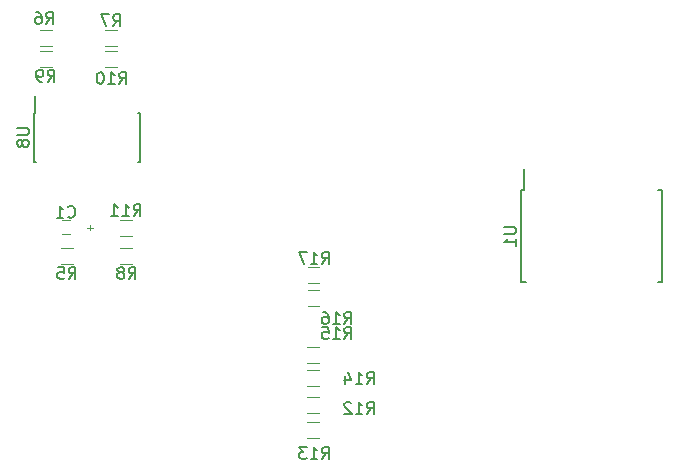
<source format=gbo>
G04 #@! TF.FileFunction,Legend,Bot*
%FSLAX46Y46*%
G04 Gerber Fmt 4.6, Leading zero omitted, Abs format (unit mm)*
G04 Created by KiCad (PCBNEW 4.0.6) date 06/27/17 09:44:02*
%MOMM*%
%LPD*%
G01*
G04 APERTURE LIST*
%ADD10C,0.100000*%
%ADD11C,0.120000*%
%ADD12C,0.150000*%
G04 APERTURE END LIST*
D10*
D11*
X111340929Y-120121357D02*
X111798072Y-120121357D01*
X111569501Y-120349929D02*
X111569501Y-119892786D01*
D12*
X106865500Y-110383500D02*
X106890500Y-110383500D01*
X106865500Y-114533500D02*
X106980500Y-114533500D01*
X115765500Y-114533500D02*
X115650500Y-114533500D01*
X115765500Y-110383500D02*
X115650500Y-110383500D01*
X106865500Y-110383500D02*
X106865500Y-114533500D01*
X115765500Y-110383500D02*
X115765500Y-114533500D01*
X106890500Y-110383500D02*
X106890500Y-109008500D01*
X148101000Y-116965500D02*
X148351000Y-116965500D01*
X148101000Y-124715500D02*
X148446000Y-124715500D01*
X160001000Y-124715500D02*
X159656000Y-124715500D01*
X160001000Y-116965500D02*
X159656000Y-116965500D01*
X148101000Y-116965500D02*
X148101000Y-124715500D01*
X160001000Y-116965500D02*
X160001000Y-124715500D01*
X148351000Y-116965500D02*
X148351000Y-115140500D01*
D11*
X129992500Y-126791000D02*
X130992500Y-126791000D01*
X130992500Y-125431000D02*
X129992500Y-125431000D01*
X130992500Y-123462500D02*
X129992500Y-123462500D01*
X129992500Y-124822500D02*
X130992500Y-124822500D01*
X129929000Y-133522000D02*
X130929000Y-133522000D01*
X130929000Y-132162000D02*
X129929000Y-132162000D01*
X130929000Y-130193500D02*
X129929000Y-130193500D01*
X129929000Y-131553500D02*
X130929000Y-131553500D01*
X129929000Y-137903500D02*
X130929000Y-137903500D01*
X130929000Y-136543500D02*
X129929000Y-136543500D01*
X130929000Y-134448000D02*
X129929000Y-134448000D01*
X129929000Y-135808000D02*
X130929000Y-135808000D01*
X114117500Y-120822000D02*
X115117500Y-120822000D01*
X115117500Y-119462000D02*
X114117500Y-119462000D01*
X112847500Y-106534500D02*
X113847500Y-106534500D01*
X113847500Y-105174500D02*
X112847500Y-105174500D01*
X108323000Y-105174500D02*
X107323000Y-105174500D01*
X107323000Y-106534500D02*
X108323000Y-106534500D01*
X114117500Y-123171500D02*
X115117500Y-123171500D01*
X115117500Y-121811500D02*
X114117500Y-121811500D01*
X112847500Y-104756500D02*
X113847500Y-104756500D01*
X113847500Y-103396500D02*
X112847500Y-103396500D01*
X108323000Y-103396500D02*
X107323000Y-103396500D01*
X107323000Y-104756500D02*
X108323000Y-104756500D01*
X110101000Y-121811500D02*
X109101000Y-121811500D01*
X109101000Y-123171500D02*
X110101000Y-123171500D01*
X109887500Y-119478500D02*
X109187500Y-119478500D01*
X109187500Y-120678500D02*
X109887500Y-120678500D01*
D12*
X105392881Y-111696595D02*
X106202405Y-111696595D01*
X106297643Y-111744214D01*
X106345262Y-111791833D01*
X106392881Y-111887071D01*
X106392881Y-112077548D01*
X106345262Y-112172786D01*
X106297643Y-112220405D01*
X106202405Y-112268024D01*
X105392881Y-112268024D01*
X105821452Y-112887071D02*
X105773833Y-112791833D01*
X105726214Y-112744214D01*
X105630976Y-112696595D01*
X105583357Y-112696595D01*
X105488119Y-112744214D01*
X105440500Y-112791833D01*
X105392881Y-112887071D01*
X105392881Y-113077548D01*
X105440500Y-113172786D01*
X105488119Y-113220405D01*
X105583357Y-113268024D01*
X105630976Y-113268024D01*
X105726214Y-113220405D01*
X105773833Y-113172786D01*
X105821452Y-113077548D01*
X105821452Y-112887071D01*
X105869071Y-112791833D01*
X105916690Y-112744214D01*
X106011929Y-112696595D01*
X106202405Y-112696595D01*
X106297643Y-112744214D01*
X106345262Y-112791833D01*
X106392881Y-112887071D01*
X106392881Y-113077548D01*
X106345262Y-113172786D01*
X106297643Y-113220405D01*
X106202405Y-113268024D01*
X106011929Y-113268024D01*
X105916690Y-113220405D01*
X105869071Y-113172786D01*
X105821452Y-113077548D01*
X146628381Y-120078595D02*
X147437905Y-120078595D01*
X147533143Y-120126214D01*
X147580762Y-120173833D01*
X147628381Y-120269071D01*
X147628381Y-120459548D01*
X147580762Y-120554786D01*
X147533143Y-120602405D01*
X147437905Y-120650024D01*
X146628381Y-120650024D01*
X147628381Y-121650024D02*
X147628381Y-121078595D01*
X147628381Y-121364309D02*
X146628381Y-121364309D01*
X146771238Y-121269071D01*
X146866476Y-121173833D01*
X146914095Y-121078595D01*
X131198857Y-123197881D02*
X131532191Y-122721690D01*
X131770286Y-123197881D02*
X131770286Y-122197881D01*
X131389333Y-122197881D01*
X131294095Y-122245500D01*
X131246476Y-122293119D01*
X131198857Y-122388357D01*
X131198857Y-122531214D01*
X131246476Y-122626452D01*
X131294095Y-122674071D01*
X131389333Y-122721690D01*
X131770286Y-122721690D01*
X130246476Y-123197881D02*
X130817905Y-123197881D01*
X130532191Y-123197881D02*
X130532191Y-122197881D01*
X130627429Y-122340738D01*
X130722667Y-122435976D01*
X130817905Y-122483595D01*
X129913143Y-122197881D02*
X129246476Y-122197881D01*
X129675048Y-123197881D01*
X133103857Y-128277881D02*
X133437191Y-127801690D01*
X133675286Y-128277881D02*
X133675286Y-127277881D01*
X133294333Y-127277881D01*
X133199095Y-127325500D01*
X133151476Y-127373119D01*
X133103857Y-127468357D01*
X133103857Y-127611214D01*
X133151476Y-127706452D01*
X133199095Y-127754071D01*
X133294333Y-127801690D01*
X133675286Y-127801690D01*
X132151476Y-128277881D02*
X132722905Y-128277881D01*
X132437191Y-128277881D02*
X132437191Y-127277881D01*
X132532429Y-127420738D01*
X132627667Y-127515976D01*
X132722905Y-127563595D01*
X131294333Y-127277881D02*
X131484810Y-127277881D01*
X131580048Y-127325500D01*
X131627667Y-127373119D01*
X131722905Y-127515976D01*
X131770524Y-127706452D01*
X131770524Y-128087405D01*
X131722905Y-128182643D01*
X131675286Y-128230262D01*
X131580048Y-128277881D01*
X131389571Y-128277881D01*
X131294333Y-128230262D01*
X131246714Y-128182643D01*
X131199095Y-128087405D01*
X131199095Y-127849310D01*
X131246714Y-127754071D01*
X131294333Y-127706452D01*
X131389571Y-127658833D01*
X131580048Y-127658833D01*
X131675286Y-127706452D01*
X131722905Y-127754071D01*
X131770524Y-127849310D01*
X133103857Y-129547881D02*
X133437191Y-129071690D01*
X133675286Y-129547881D02*
X133675286Y-128547881D01*
X133294333Y-128547881D01*
X133199095Y-128595500D01*
X133151476Y-128643119D01*
X133103857Y-128738357D01*
X133103857Y-128881214D01*
X133151476Y-128976452D01*
X133199095Y-129024071D01*
X133294333Y-129071690D01*
X133675286Y-129071690D01*
X132151476Y-129547881D02*
X132722905Y-129547881D01*
X132437191Y-129547881D02*
X132437191Y-128547881D01*
X132532429Y-128690738D01*
X132627667Y-128785976D01*
X132722905Y-128833595D01*
X131246714Y-128547881D02*
X131722905Y-128547881D01*
X131770524Y-129024071D01*
X131722905Y-128976452D01*
X131627667Y-128928833D01*
X131389571Y-128928833D01*
X131294333Y-128976452D01*
X131246714Y-129024071D01*
X131199095Y-129119310D01*
X131199095Y-129357405D01*
X131246714Y-129452643D01*
X131294333Y-129500262D01*
X131389571Y-129547881D01*
X131627667Y-129547881D01*
X131722905Y-129500262D01*
X131770524Y-129452643D01*
X135008857Y-133357881D02*
X135342191Y-132881690D01*
X135580286Y-133357881D02*
X135580286Y-132357881D01*
X135199333Y-132357881D01*
X135104095Y-132405500D01*
X135056476Y-132453119D01*
X135008857Y-132548357D01*
X135008857Y-132691214D01*
X135056476Y-132786452D01*
X135104095Y-132834071D01*
X135199333Y-132881690D01*
X135580286Y-132881690D01*
X134056476Y-133357881D02*
X134627905Y-133357881D01*
X134342191Y-133357881D02*
X134342191Y-132357881D01*
X134437429Y-132500738D01*
X134532667Y-132595976D01*
X134627905Y-132643595D01*
X133199333Y-132691214D02*
X133199333Y-133357881D01*
X133437429Y-132310262D02*
X133675524Y-133024548D01*
X133056476Y-133024548D01*
X131198857Y-139707881D02*
X131532191Y-139231690D01*
X131770286Y-139707881D02*
X131770286Y-138707881D01*
X131389333Y-138707881D01*
X131294095Y-138755500D01*
X131246476Y-138803119D01*
X131198857Y-138898357D01*
X131198857Y-139041214D01*
X131246476Y-139136452D01*
X131294095Y-139184071D01*
X131389333Y-139231690D01*
X131770286Y-139231690D01*
X130246476Y-139707881D02*
X130817905Y-139707881D01*
X130532191Y-139707881D02*
X130532191Y-138707881D01*
X130627429Y-138850738D01*
X130722667Y-138945976D01*
X130817905Y-138993595D01*
X129913143Y-138707881D02*
X129294095Y-138707881D01*
X129627429Y-139088833D01*
X129484571Y-139088833D01*
X129389333Y-139136452D01*
X129341714Y-139184071D01*
X129294095Y-139279310D01*
X129294095Y-139517405D01*
X129341714Y-139612643D01*
X129389333Y-139660262D01*
X129484571Y-139707881D01*
X129770286Y-139707881D01*
X129865524Y-139660262D01*
X129913143Y-139612643D01*
X135008857Y-135897881D02*
X135342191Y-135421690D01*
X135580286Y-135897881D02*
X135580286Y-134897881D01*
X135199333Y-134897881D01*
X135104095Y-134945500D01*
X135056476Y-134993119D01*
X135008857Y-135088357D01*
X135008857Y-135231214D01*
X135056476Y-135326452D01*
X135104095Y-135374071D01*
X135199333Y-135421690D01*
X135580286Y-135421690D01*
X134056476Y-135897881D02*
X134627905Y-135897881D01*
X134342191Y-135897881D02*
X134342191Y-134897881D01*
X134437429Y-135040738D01*
X134532667Y-135135976D01*
X134627905Y-135183595D01*
X133675524Y-134993119D02*
X133627905Y-134945500D01*
X133532667Y-134897881D01*
X133294571Y-134897881D01*
X133199333Y-134945500D01*
X133151714Y-134993119D01*
X133104095Y-135088357D01*
X133104095Y-135183595D01*
X133151714Y-135326452D01*
X133723143Y-135897881D01*
X133104095Y-135897881D01*
X115260357Y-119144381D02*
X115593691Y-118668190D01*
X115831786Y-119144381D02*
X115831786Y-118144381D01*
X115450833Y-118144381D01*
X115355595Y-118192000D01*
X115307976Y-118239619D01*
X115260357Y-118334857D01*
X115260357Y-118477714D01*
X115307976Y-118572952D01*
X115355595Y-118620571D01*
X115450833Y-118668190D01*
X115831786Y-118668190D01*
X114307976Y-119144381D02*
X114879405Y-119144381D01*
X114593691Y-119144381D02*
X114593691Y-118144381D01*
X114688929Y-118287238D01*
X114784167Y-118382476D01*
X114879405Y-118430095D01*
X113355595Y-119144381D02*
X113927024Y-119144381D01*
X113641310Y-119144381D02*
X113641310Y-118144381D01*
X113736548Y-118287238D01*
X113831786Y-118382476D01*
X113927024Y-118430095D01*
X114053857Y-107957881D02*
X114387191Y-107481690D01*
X114625286Y-107957881D02*
X114625286Y-106957881D01*
X114244333Y-106957881D01*
X114149095Y-107005500D01*
X114101476Y-107053119D01*
X114053857Y-107148357D01*
X114053857Y-107291214D01*
X114101476Y-107386452D01*
X114149095Y-107434071D01*
X114244333Y-107481690D01*
X114625286Y-107481690D01*
X113101476Y-107957881D02*
X113672905Y-107957881D01*
X113387191Y-107957881D02*
X113387191Y-106957881D01*
X113482429Y-107100738D01*
X113577667Y-107195976D01*
X113672905Y-107243595D01*
X112482429Y-106957881D02*
X112387190Y-106957881D01*
X112291952Y-107005500D01*
X112244333Y-107053119D01*
X112196714Y-107148357D01*
X112149095Y-107338833D01*
X112149095Y-107576929D01*
X112196714Y-107767405D01*
X112244333Y-107862643D01*
X112291952Y-107910262D01*
X112387190Y-107957881D01*
X112482429Y-107957881D01*
X112577667Y-107910262D01*
X112625286Y-107862643D01*
X112672905Y-107767405D01*
X112720524Y-107576929D01*
X112720524Y-107338833D01*
X112672905Y-107148357D01*
X112625286Y-107053119D01*
X112577667Y-107005500D01*
X112482429Y-106957881D01*
X107989666Y-107756881D02*
X108323000Y-107280690D01*
X108561095Y-107756881D02*
X108561095Y-106756881D01*
X108180142Y-106756881D01*
X108084904Y-106804500D01*
X108037285Y-106852119D01*
X107989666Y-106947357D01*
X107989666Y-107090214D01*
X108037285Y-107185452D01*
X108084904Y-107233071D01*
X108180142Y-107280690D01*
X108561095Y-107280690D01*
X107513476Y-107756881D02*
X107323000Y-107756881D01*
X107227761Y-107709262D01*
X107180142Y-107661643D01*
X107084904Y-107518786D01*
X107037285Y-107328310D01*
X107037285Y-106947357D01*
X107084904Y-106852119D01*
X107132523Y-106804500D01*
X107227761Y-106756881D01*
X107418238Y-106756881D01*
X107513476Y-106804500D01*
X107561095Y-106852119D01*
X107608714Y-106947357D01*
X107608714Y-107185452D01*
X107561095Y-107280690D01*
X107513476Y-107328310D01*
X107418238Y-107375929D01*
X107227761Y-107375929D01*
X107132523Y-107328310D01*
X107084904Y-107280690D01*
X107037285Y-107185452D01*
X114847666Y-124467881D02*
X115181000Y-123991690D01*
X115419095Y-124467881D02*
X115419095Y-123467881D01*
X115038142Y-123467881D01*
X114942904Y-123515500D01*
X114895285Y-123563119D01*
X114847666Y-123658357D01*
X114847666Y-123801214D01*
X114895285Y-123896452D01*
X114942904Y-123944071D01*
X115038142Y-123991690D01*
X115419095Y-123991690D01*
X114276238Y-123896452D02*
X114371476Y-123848833D01*
X114419095Y-123801214D01*
X114466714Y-123705976D01*
X114466714Y-123658357D01*
X114419095Y-123563119D01*
X114371476Y-123515500D01*
X114276238Y-123467881D01*
X114085761Y-123467881D01*
X113990523Y-123515500D01*
X113942904Y-123563119D01*
X113895285Y-123658357D01*
X113895285Y-123705976D01*
X113942904Y-123801214D01*
X113990523Y-123848833D01*
X114085761Y-123896452D01*
X114276238Y-123896452D01*
X114371476Y-123944071D01*
X114419095Y-123991690D01*
X114466714Y-124086929D01*
X114466714Y-124277405D01*
X114419095Y-124372643D01*
X114371476Y-124420262D01*
X114276238Y-124467881D01*
X114085761Y-124467881D01*
X113990523Y-124420262D01*
X113942904Y-124372643D01*
X113895285Y-124277405D01*
X113895285Y-124086929D01*
X113942904Y-123991690D01*
X113990523Y-123944071D01*
X114085761Y-123896452D01*
X113514166Y-103078881D02*
X113847500Y-102602690D01*
X114085595Y-103078881D02*
X114085595Y-102078881D01*
X113704642Y-102078881D01*
X113609404Y-102126500D01*
X113561785Y-102174119D01*
X113514166Y-102269357D01*
X113514166Y-102412214D01*
X113561785Y-102507452D01*
X113609404Y-102555071D01*
X113704642Y-102602690D01*
X114085595Y-102602690D01*
X113180833Y-102078881D02*
X112514166Y-102078881D01*
X112942738Y-103078881D01*
X107862666Y-102877881D02*
X108196000Y-102401690D01*
X108434095Y-102877881D02*
X108434095Y-101877881D01*
X108053142Y-101877881D01*
X107957904Y-101925500D01*
X107910285Y-101973119D01*
X107862666Y-102068357D01*
X107862666Y-102211214D01*
X107910285Y-102306452D01*
X107957904Y-102354071D01*
X108053142Y-102401690D01*
X108434095Y-102401690D01*
X107005523Y-101877881D02*
X107196000Y-101877881D01*
X107291238Y-101925500D01*
X107338857Y-101973119D01*
X107434095Y-102115976D01*
X107481714Y-102306452D01*
X107481714Y-102687405D01*
X107434095Y-102782643D01*
X107386476Y-102830262D01*
X107291238Y-102877881D01*
X107100761Y-102877881D01*
X107005523Y-102830262D01*
X106957904Y-102782643D01*
X106910285Y-102687405D01*
X106910285Y-102449310D01*
X106957904Y-102354071D01*
X107005523Y-102306452D01*
X107100761Y-102258833D01*
X107291238Y-102258833D01*
X107386476Y-102306452D01*
X107434095Y-102354071D01*
X107481714Y-102449310D01*
X109767666Y-124467881D02*
X110101000Y-123991690D01*
X110339095Y-124467881D02*
X110339095Y-123467881D01*
X109958142Y-123467881D01*
X109862904Y-123515500D01*
X109815285Y-123563119D01*
X109767666Y-123658357D01*
X109767666Y-123801214D01*
X109815285Y-123896452D01*
X109862904Y-123944071D01*
X109958142Y-123991690D01*
X110339095Y-123991690D01*
X108862904Y-123467881D02*
X109339095Y-123467881D01*
X109386714Y-123944071D01*
X109339095Y-123896452D01*
X109243857Y-123848833D01*
X109005761Y-123848833D01*
X108910523Y-123896452D01*
X108862904Y-123944071D01*
X108815285Y-124039310D01*
X108815285Y-124277405D01*
X108862904Y-124372643D01*
X108910523Y-124420262D01*
X109005761Y-124467881D01*
X109243857Y-124467881D01*
X109339095Y-124420262D01*
X109386714Y-124372643D01*
X109704166Y-119185643D02*
X109751785Y-119233262D01*
X109894642Y-119280881D01*
X109989880Y-119280881D01*
X110132738Y-119233262D01*
X110227976Y-119138024D01*
X110275595Y-119042786D01*
X110323214Y-118852310D01*
X110323214Y-118709452D01*
X110275595Y-118518976D01*
X110227976Y-118423738D01*
X110132738Y-118328500D01*
X109989880Y-118280881D01*
X109894642Y-118280881D01*
X109751785Y-118328500D01*
X109704166Y-118376119D01*
X108751785Y-119280881D02*
X109323214Y-119280881D01*
X109037500Y-119280881D02*
X109037500Y-118280881D01*
X109132738Y-118423738D01*
X109227976Y-118518976D01*
X109323214Y-118566595D01*
M02*

</source>
